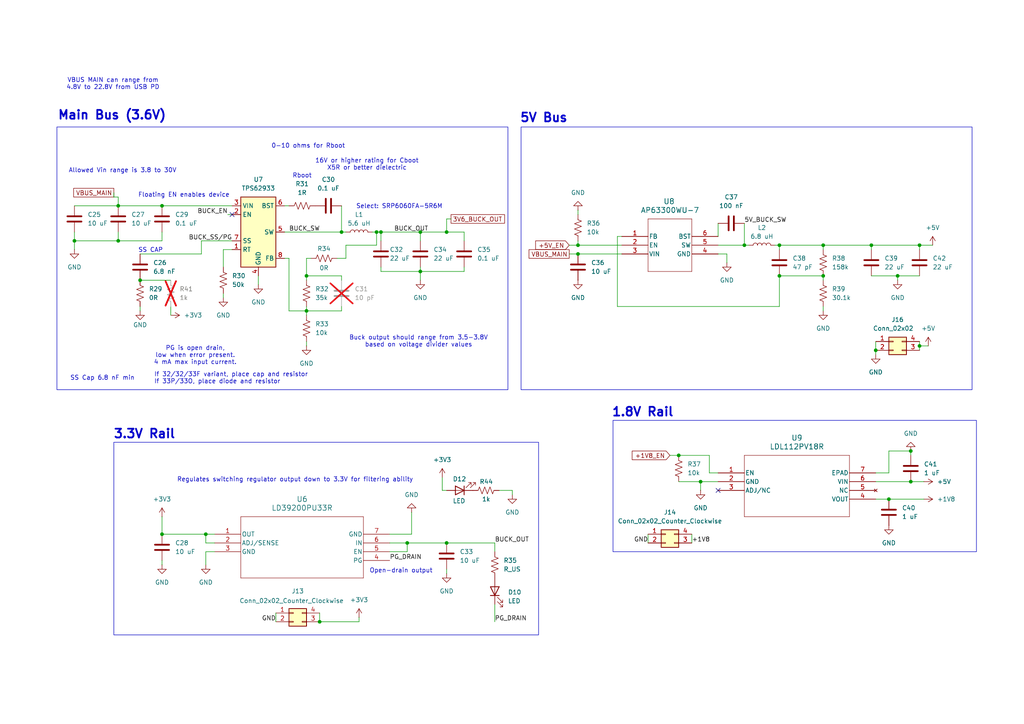
<source format=kicad_sch>
(kicad_sch (version 20231120) (generator "eeschema") (generator_version "8.0")
  (paper "A4")
  (title_block (title "Jakka1") (rev "1"))
  (lib_symbols
    (symbol "Connector_Generic:Conn_02x02_Counter_Clockwise" (pin_names (offset 1.016) hide)
      (property "Reference" "J" (at 1.27 2.54 0))
      (property "Value" "Conn_02x02_Counter_Clockwise" (at 1.27 -5.08 0))
      (symbol "Conn_02x02_Counter_Clockwise_1_1"
        (rectangle (start -1.27 -2.413) (end 0 -2.667) (stroke (width 0.1524)))
        (rectangle (start -1.27 0.127) (end 0 -0.127) (stroke (width 0.1524)))
        (rectangle (start -1.27 1.27) (end 3.81 -3.81) (stroke (width 0.254)) (fill (type background)))
        (rectangle (start 3.81 -2.413) (end 2.54 -2.667) (stroke (width 0.1524)))
        (rectangle (start 3.81 0.127) (end 2.54 -0.127) (stroke (width 0.1524)))
        (pin passive line (at -5.08 0 0) (length 3.81) (name "Pin_1") (number "1"))
        (pin passive line (at -5.08 -2.54 0) (length 3.81) (name "Pin_2") (number "2"))
        (pin passive line (at 7.62 -2.54 180) (length 3.81) (name "Pin_3") (number "3"))
        (pin passive line (at 7.62 0 180) (length 3.81) (name "Pin_4") (number "4"))
      )
    )
    (symbol "Device:C" (pin_numbers hide) (pin_names (offset 0.254))
      (property "Reference" "C" (at 0.635 2.54 0))
      (property "Value" "C" (at 0.635 -2.54 0))
      (symbol "C_0_1"
        (polyline (pts (xy -2.032 -0.762) (xy 2.032 -0.762)) (stroke (width 0.508)))
        (polyline (pts (xy -2.032 0.762) (xy 2.032 0.762)) (stroke (width 0.508)))
      )
      (symbol "C_1_1"
        (pin passive line (at 0 3.81 270) (length 2.794) (name "~") (number "1"))
        (pin passive line (at 0 -3.81 90) (length 2.794) (name "~") (number "2"))
      )
    )
    (symbol "Device:L" (pin_numbers hide) (pin_names (offset 1.016) hide)
      (property "Reference" "L" (at -1.27 0 90))
      (property "Value" "L" (at 1.905 0 90))
      (symbol "L_0_1"
        (arc (start 0 -2.54) (mid 0.6323 -1.905) (end 0 -1.27))
        (arc (start 0 -1.27) (mid 0.6323 -0.635) (end 0 0))
        (arc (start 0 0) (mid 0.6323 0.635) (end 0 1.27))
        (arc (start 0 1.27) (mid 0.6323 1.905) (end 0 2.54))
      )
      (symbol "L_1_1"
        (pin passive line (at 0 3.81 270) (length 1.27) (name "1") (number "1"))
        (pin passive line (at 0 -3.81 90) (length 1.27) (name "2") (number "2"))
      )
    )
    (symbol "Device:LED" (pin_numbers hide) (pin_names (offset 1.016) hide)
      (property "Reference" "D" (at 0 2.54 0))
      (property "Value" "LED" (at 0 -2.54 0))
      (symbol "LED_0_1"
        (polyline (pts (xy -1.27 -1.27) (xy -1.27 1.27)) (stroke (width 0.254)))
        (polyline (pts (xy -1.27 0) (xy 1.27 0)))
        (polyline (pts (xy 1.27 -1.27) (xy 1.27 1.27) (xy -1.27 0) (xy 1.27 -1.27)) (stroke (width 0.254)))
        (polyline (pts (xy -3.048 -0.762) (xy -4.572 -2.286) (xy -3.81 -2.286) (xy -4.572 -2.286) (xy -4.572 -1.524)))
        (polyline (pts (xy -1.778 -0.762) (xy -3.302 -2.286) (xy -2.54 -2.286) (xy -3.302 -2.286) (xy -3.302 -1.524)))
      )
      (symbol "LED_1_1"
        (pin passive line (at -3.81 0 0) (length 2.54) (name "K") (number "1"))
        (pin passive line (at 3.81 0 180) (length 2.54) (name "A") (number "2"))
      )
    )
    (symbol "Device:R_US" (pin_numbers hide) (pin_names (offset 0))
      (property "Reference" "R" (at 2.54 0 90))
      (property "Value" "R_US" (at -2.54 0 90))
      (symbol "R_US_0_1"
        (polyline (pts (xy 0 -2.286) (xy 0 -2.54)))
        (polyline (pts (xy 0 2.286) (xy 0 2.54)))
        (polyline (pts (xy 0 -0.762) (xy 1.016 -1.143) (xy 0 -1.524) (xy -1.016 -1.905) (xy 0 -2.286)))
        (polyline (pts (xy 0 0.762) (xy 1.016 0.381) (xy 0 0) (xy -1.016 -0.381) (xy 0 -0.762)))
        (polyline (pts (xy 0 2.286) (xy 1.016 1.905) (xy 0 1.524) (xy -1.016 1.143) (xy 0 0.762)))
      )
      (symbol "R_US_1_1"
        (pin passive line (at 0 3.81 270) (length 1.27) (name "~") (number "1"))
        (pin passive line (at 0 -3.81 90) (length 1.27) (name "~") (number "2"))
      )
    )
    (symbol "Regulator_Switching:TPS62933"
      (property "Reference" "U" (at 0 13.97 0))
      (property "Value" "TPS62933" (at 0 11.43 0))
      (symbol "TPS62933_0_1"
        (rectangle (start -5.08 10.16) (end 5.08 -10.16) (stroke (width 0.254)) (fill (type background)))
      )
      (symbol "TPS62933_1_1"
        (pin passive line (at -7.62 -5.08 0) (length 2.54) (name "RT") (number "1"))
        (pin input line (at -7.62 5.08 0) (length 2.54) (name "EN") (number "2"))
        (pin power_in line (at -7.62 7.62 0) (length 2.54) (name "VIN") (number "3"))
        (pin power_in line (at 0 -12.7 90) (length 2.54) (name "GND") (number "4"))
        (pin output line (at 7.62 0 180) (length 2.54) (name "SW") (number "5"))
        (pin passive line (at 7.62 7.62 180) (length 2.54) (name "BST") (number "6"))
        (pin passive line (at -7.62 -2.54 0) (length 2.54) (name "SS") (number "7"))
        (pin input line (at 7.62 -7.62 180) (length 2.54) (name "FB") (number "8"))
      )
    )
    (symbol "jka_library:AP63300WU-7" (pin_names (offset 0.254))
      (property "Reference" "U" (at 14.224 9.906 0))
      (property "Value" "AP63300WU-7" (at 14.478 6.858 0))
      (symbol "AP63300WU-7_0_1"
        (polyline (pts (xy 7.62 -10.16) (xy 20.32 -10.16)) (stroke (width 0.127)))
        (polyline (pts (xy 7.62 5.08) (xy 7.62 -10.16)) (stroke (width 0.127)))
        (polyline (pts (xy 20.32 -10.16) (xy 20.32 5.08)) (stroke (width 0.127)))
        (polyline (pts (xy 20.32 5.08) (xy 7.62 5.08)) (stroke (width 0.127)))
        (pin unspecified line (at 0 0 0) (length 7.62) (name "FB") (number "1"))
        (pin unspecified line (at 0 -2.54 0) (length 7.62) (name "EN") (number "2"))
        (pin unspecified line (at 0 -5.08 0) (length 7.62) (name "VIN") (number "3"))
        (pin power_out line (at 27.94 -5.08 180) (length 7.62) (name "GND") (number "4"))
        (pin unspecified line (at 27.94 -2.54 180) (length 7.62) (name "SW") (number "5"))
        (pin unspecified line (at 27.94 0 180) (length 7.62) (name "BST") (number "6"))
      )
    )
    (symbol "jka_library:LD39200PU33R" (pin_names (offset 0.254))
      (property "Reference" "U" (at 25.4 10.16 0))
      (property "Value" "LD39200PU33R" (at 25.4 7.62 0))
      (symbol "LD39200PU33R_0_1"
        (polyline (pts (xy 7.62 -12.7) (xy 43.18 -12.7)) (stroke (width 0.127)))
        (polyline (pts (xy 7.62 5.08) (xy 7.62 -12.7)) (stroke (width 0.127)))
        (polyline (pts (xy 43.18 -12.7) (xy 43.18 5.08)) (stroke (width 0.127)))
        (polyline (pts (xy 43.18 5.08) (xy 7.62 5.08)) (stroke (width 0.127)))
        (pin output line (at 0 0 0) (length 7.62) (name "OUT") (number "1"))
        (pin unspecified line (at 0 -2.54 0) (length 7.62) (name "ADJ/SENSE") (number "2"))
        (pin power_out line (at 0 -5.08 0) (length 7.62) (name "GND") (number "3"))
        (pin unspecified line (at 50.8 -7.62 180) (length 7.62) (name "PG") (number "4"))
        (pin unspecified line (at 50.8 -5.08 180) (length 7.62) (name "EN") (number "5"))
        (pin power_in line (at 50.8 -2.54 180) (length 7.62) (name "IN") (number "6"))
        (pin power_out line (at 50.8 0 180) (length 7.62) (name "GND") (number "7"))
      )
    )
    (symbol "jka_library:LDL112PV18R" (pin_names (offset 0.254))
      (property "Reference" "U" (at 22.86 10.16 0))
      (property "Value" "LDL112PV18R" (at 22.86 7.62 0))
      (symbol "LDL112PV18R_0_1"
        (polyline (pts (xy 7.62 -12.7) (xy 38.1 -12.7)) (stroke (width 0.127)))
        (polyline (pts (xy 7.62 5.08) (xy 7.62 -12.7)) (stroke (width 0.127)))
        (polyline (pts (xy 38.1 -12.7) (xy 38.1 5.08)) (stroke (width 0.127)))
        (polyline (pts (xy 38.1 5.08) (xy 7.62 5.08)) (stroke (width 0.127)))
        (pin input line (at 0 0 0) (length 7.62) (name "EN") (number "1"))
        (pin power_out line (at 0 -2.54 0) (length 7.62) (name "GND") (number "2"))
        (pin unspecified line (at 0 -5.08 0) (length 7.62) (name "ADJ/NC") (number "3"))
        (pin output line (at 45.72 -7.62 180) (length 7.62) (name "VOUT") (number "4"))
        (pin no_connect line (at 45.72 -5.08 180) (length 7.62) (name "NC") (number "5"))
        (pin input line (at 45.72 -2.54 180) (length 7.62) (name "VIN") (number "6"))
        (pin power_out line (at 45.72 0 180) (length 7.62) (name "EPAD") (number "7"))
      )
    )
    (symbol "power:+1V8" (power) (pin_numbers hide) (pin_names (offset 0) hide)
      (property "Value" "+1V8" (at 0 3.556 0))
      (symbol "+1V8_0_1"
        (polyline (pts (xy -0.762 1.27) (xy 0 2.54)))
        (polyline (pts (xy 0 0) (xy 0 2.54)))
        (polyline (pts (xy 0 2.54) (xy 0.762 1.27)))
      )
      (symbol "+1V8_1_1"
        (pin power_in line (at 0 0 90) (length 0) (name "~") (number "1"))
      )
    )
    (symbol "power:+3.3V" (power) (pin_numbers hide) (pin_names (offset 0) hide)
      (property "Value" "+3.3V" (at 0 3.556 0))
      (symbol "+3.3V_0_1"
        (polyline (pts (xy -0.762 1.27) (xy 0 2.54)))
        (polyline (pts (xy 0 0) (xy 0 2.54)))
        (polyline (pts (xy 0 2.54) (xy 0.762 1.27)))
      )
      (symbol "+3.3V_1_1"
        (pin power_in line (at 0 0 90) (length 0) (name "~") (number "1"))
      )
    )
    (symbol "power:+5V" (power) (pin_numbers hide) (pin_names (offset 0) hide)
      (property "Value" "+5V" (at 0 3.556 0))
      (symbol "+5V_0_1"
        (polyline (pts (xy -0.762 1.27) (xy 0 2.54)))
        (polyline (pts (xy 0 0) (xy 0 2.54)))
        (polyline (pts (xy 0 2.54) (xy 0.762 1.27)))
      )
      (symbol "+5V_1_1"
        (pin power_in line (at 0 0 90) (length 0) (name "~") (number "1"))
      )
    )
    (symbol "power:GND" (power) (pin_numbers hide) (pin_names (offset 0) hide)
      (property "Value" "GND" (at 0 -3.81 0))
      (symbol "GND_0_1"
        (polyline (pts (xy 0 0) (xy 0 -1.27) (xy 1.27 -1.27) (xy 0 -2.54) (xy -1.27 -1.27) (xy 0 -1.27)))
      )
      (symbol "GND_1_1"
        (pin power_in line (at 0 0 270) (length 0) (name "~") (number "1"))
      )
    )
  )
  (junction (at 215.9 71.12))
  (junction (at 21.59 69.85))
  (junction (at 88.9 90.17))
  (junction (at 254 101.6))
  (junction (at 129.54 157.48))
  (junction (at 167.64 71.12))
  (junction (at 257.81 144.78))
  (junction (at 264.16 130.81))
  (junction (at 196.85 132.08))
  (junction (at 118.11 157.48))
  (junction (at 34.29 69.85))
  (junction (at 121.92 67.31))
  (junction (at 110.49 67.31))
  (junction (at 109.22 67.31))
  (junction (at 266.7 100.33))
  (junction (at 121.92 78.74))
  (junction (at 266.7 71.12))
  (junction (at 46.99 59.69))
  (junction (at 238.76 71.12))
  (junction (at 88.9 80.01))
  (junction (at 260.35 80.01))
  (junction (at 40.64 81.28))
  (junction (at 99.06 67.31))
  (junction (at 46.99 154.94))
  (junction (at 252.73 71.12))
  (junction (at 264.16 139.7))
  (junction (at 238.76 80.01))
  (junction (at 34.29 59.69))
  (junction (at 226.06 80.01))
  (junction (at 59.69 154.94))
  (junction (at 203.2 139.7))
  (junction (at 92.71 180.34))
  (junction (at 167.64 73.66))
  (junction (at 226.06 71.12))
  (junction (at 129.54 67.31))
  (no_connect (at 208.28 142.24))
  (no_connect (at 67.31 62.23))
  (wire (pts (xy 46.99 59.69) (xy 67.31 59.69)))
  (wire (pts (xy 113.03 154.94) (xy 119.38 154.94)))
  (wire (pts (xy 88.9 80.01) (xy 99.06 80.01)))
  (wire (pts (xy 215.9 64.77) (xy 215.9 71.12)))
  (wire (pts (xy 88.9 100.33) (xy 88.9 99.06)))
  (wire (pts (xy 59.69 154.94) (xy 46.99 154.94)))
  (wire (pts (xy 100.33 74.93) (xy 97.79 74.93)))
  (wire (pts (xy 64.77 72.39) (xy 64.77 77.47)))
  (wire (pts (xy 252.73 72.39) (xy 252.73 71.12)))
  (wire (pts (xy 129.54 67.31) (xy 134.62 67.31)))
  (wire (pts (xy 99.06 90.17) (xy 88.9 90.17)))
  (wire (pts (xy 58.42 69.85) (xy 58.42 73.66)))
  (wire (pts (xy 264.16 130.81) (xy 264.16 132.08)))
  (wire (pts (xy 215.9 71.12) (xy 208.28 71.12)))
  (wire (pts (xy 121.92 67.31) (xy 110.49 67.31)))
  (wire (pts (xy 83.82 90.17) (xy 88.9 90.17)))
  (wire (pts (xy 148.59 142.24) (xy 148.59 143.51)))
  (wire (pts (xy 180.34 68.58) (xy 179.07 68.58)))
  (wire (pts (xy 252.73 80.01) (xy 260.35 80.01)))
  (wire (pts (xy 215.9 71.12) (xy 217.17 71.12)))
  (wire (pts (xy 257.81 137.16) (xy 257.81 130.81)))
  (wire (pts (xy 99.06 59.69) (xy 99.06 67.31)))
  (wire (pts (xy 109.22 67.31) (xy 110.49 67.31)))
  (wire (pts (xy 226.06 71.12) (xy 238.76 71.12)))
  (wire (pts (xy 226.06 88.9) (xy 226.06 80.01)))
  (wire (pts (xy 187.96 154.94) (xy 187.96 157.48)))
  (wire (pts (xy 88.9 74.93) (xy 88.9 80.01)))
  (wire (pts (xy 107.95 67.31) (xy 109.22 67.31)))
  (wire (pts (xy 88.9 80.01) (xy 88.9 81.28)))
  (wire (pts (xy 266.7 72.39) (xy 266.7 71.12)))
  (wire (pts (xy 40.64 88.9) (xy 40.64 90.17)))
  (wire (pts (xy 21.59 69.85) (xy 21.59 72.39)))
  (wire (pts (xy 21.59 59.69) (xy 34.29 59.69)))
  (wire (pts (xy 167.64 62.23) (xy 167.64 60.96)))
  (wire (pts (xy 252.73 71.12) (xy 266.7 71.12)))
  (wire (pts (xy 264.16 139.7) (xy 267.97 139.7)))
  (wire (pts (xy 59.69 154.94) (xy 59.69 157.48)))
  (wire (pts (xy 62.23 160.02) (xy 59.69 160.02)))
  (wire (pts (xy 110.49 77.47) (xy 110.49 78.74)))
  (wire (pts (xy 257.81 130.81) (xy 264.16 130.81)))
  (wire (pts (xy 58.42 69.85) (xy 67.31 69.85)))
  (wire (pts (xy 40.64 81.28) (xy 49.53 81.28)))
  (wire (pts (xy 194.31 132.08) (xy 196.85 132.08)))
  (wire (pts (xy 34.29 57.15) (xy 34.29 59.69)))
  (wire (pts (xy 90.17 74.93) (xy 88.9 74.93)))
  (wire (pts (xy 143.51 157.48) (xy 143.51 160.02)))
  (wire (pts (xy 121.92 69.85) (xy 121.92 67.31)))
  (wire (pts (xy 59.69 160.02) (xy 59.69 163.83)))
  (wire (pts (xy 113.03 160.02) (xy 118.11 160.02)))
  (wire (pts (xy 66.04 62.23) (xy 67.31 62.23)))
  (wire (pts (xy 129.54 63.5) (xy 130.81 63.5)))
  (wire (pts (xy 21.59 69.85) (xy 34.29 69.85)))
  (wire (pts (xy 266.7 99.06) (xy 266.7 100.33)))
  (wire (pts (xy 208.28 73.66) (xy 210.82 73.66)))
  (wire (pts (xy 82.55 74.93) (xy 83.82 74.93)))
  (wire (pts (xy 121.92 67.31) (xy 129.54 67.31)))
  (wire (pts (xy 179.07 68.58) (xy 179.07 88.9)))
  (wire (pts (xy 203.2 139.7) (xy 203.2 142.24)))
  (wire (pts (xy 99.06 67.31) (xy 100.33 67.31)))
  (wire (pts (xy 226.06 71.12) (xy 226.06 72.39)))
  (wire (pts (xy 254 99.06) (xy 254 101.6)))
  (wire (pts (xy 100.33 71.12) (xy 100.33 74.93)))
  (wire (pts (xy 88.9 88.9) (xy 88.9 90.17)))
  (wire (pts (xy 74.93 80.01) (xy 74.93 82.55)))
  (wire (pts (xy 165.1 73.66) (xy 167.64 73.66)))
  (wire (pts (xy 121.92 78.74) (xy 121.92 81.28)))
  (wire (pts (xy 205.74 137.16) (xy 208.28 137.16)))
  (wire (pts (xy 128.27 142.24) (xy 129.54 142.24)))
  (wire (pts (xy 99.06 88.9) (xy 99.06 90.17)))
  (wire (pts (xy 109.22 71.12) (xy 100.33 71.12)))
  (wire (pts (xy 33.02 55.88) (xy 33.02 57.15)))
  (wire (pts (xy 167.64 73.66) (xy 180.34 73.66)))
  (wire (pts (xy 129.54 165.1) (xy 129.54 166.37)))
  (wire (pts (xy 167.64 69.85) (xy 167.64 71.12)))
  (wire (pts (xy 196.85 132.08) (xy 205.74 132.08)))
  (wire (pts (xy 128.27 138.43) (xy 128.27 142.24)))
  (wire (pts (xy 260.35 80.01) (xy 266.7 80.01)))
  (wire (pts (xy 104.14 179.07) (xy 104.14 180.34)))
  (wire (pts (xy 21.59 67.31) (xy 21.59 69.85)))
  (wire (pts (xy 208.28 139.7) (xy 203.2 139.7)))
  (wire (pts (xy 82.55 59.69) (xy 83.82 59.69)))
  (wire (pts (xy 118.11 160.02) (xy 118.11 157.48)))
  (wire (pts (xy 92.71 177.8) (xy 92.71 180.34)))
  (wire (pts (xy 266.7 71.12) (xy 270.51 71.12)))
  (wire (pts (xy 46.99 162.56) (xy 46.99 163.83)))
  (wire (pts (xy 67.31 72.39) (xy 64.77 72.39)))
  (wire (pts (xy 269.24 100.33) (xy 266.7 100.33)))
  (wire (pts (xy 208.28 64.77) (xy 208.28 68.58)))
  (wire (pts (xy 46.99 69.85) (xy 46.99 67.31)))
  (wire (pts (xy 109.22 67.31) (xy 109.22 71.12)))
  (wire (pts (xy 134.62 69.85) (xy 134.62 67.31)))
  (wire (pts (xy 200.66 154.94) (xy 200.66 157.48)))
  (wire (pts (xy 46.99 149.86) (xy 46.99 154.94)))
  (wire (pts (xy 110.49 78.74) (xy 121.92 78.74)))
  (wire (pts (xy 88.9 90.17) (xy 88.9 91.44)))
  (wire (pts (xy 118.11 157.48) (xy 129.54 157.48)))
  (wire (pts (xy 238.76 72.39) (xy 238.76 71.12)))
  (wire (pts (xy 144.78 142.24) (xy 148.59 142.24)))
  (wire (pts (xy 34.29 69.85) (xy 46.99 69.85)))
  (wire (pts (xy 238.76 88.9) (xy 238.76 90.17)))
  (wire (pts (xy 238.76 71.12) (xy 252.73 71.12)))
  (wire (pts (xy 167.64 71.12) (xy 180.34 71.12)))
  (wire (pts (xy 80.01 177.8) (xy 80.01 180.34)))
  (wire (pts (xy 210.82 73.66) (xy 210.82 76.2)))
  (wire (pts (xy 46.99 59.69) (xy 34.29 59.69)))
  (wire (pts (xy 205.74 132.08) (xy 205.74 137.16)))
  (wire (pts (xy 113.03 157.48) (xy 118.11 157.48)))
  (wire (pts (xy 121.92 78.74) (xy 134.62 78.74)))
  (wire (pts (xy 121.92 78.74) (xy 121.92 77.47)))
  (wire (pts (xy 49.53 91.44) (xy 49.53 88.9)))
  (wire (pts (xy 33.02 57.15) (xy 34.29 57.15)))
  (wire (pts (xy 266.7 100.33) (xy 266.7 101.6)))
  (wire (pts (xy 104.14 180.34) (xy 92.71 180.34)))
  (wire (pts (xy 238.76 80.01) (xy 238.76 81.28)))
  (wire (pts (xy 254 137.16) (xy 257.81 137.16)))
  (wire (pts (xy 129.54 63.5) (xy 129.54 67.31)))
  (wire (pts (xy 64.77 85.09) (xy 64.77 86.36)))
  (wire (pts (xy 226.06 80.01) (xy 238.76 80.01)))
  (wire (pts (xy 165.1 71.12) (xy 167.64 71.12)))
  (wire (pts (xy 62.23 157.48) (xy 59.69 157.48)))
  (wire (pts (xy 179.07 88.9) (xy 226.06 88.9)))
  (wire (pts (xy 99.06 81.28) (xy 99.06 80.01)))
  (wire (pts (xy 254 139.7) (xy 264.16 139.7)))
  (wire (pts (xy 143.51 175.26) (xy 143.51 180.34)))
  (wire (pts (xy 257.81 144.78) (xy 267.97 144.78)))
  (wire (pts (xy 254 102.87) (xy 254 101.6)))
  (wire (pts (xy 143.51 157.48) (xy 129.54 157.48)))
  (wire (pts (xy 254 144.78) (xy 257.81 144.78)))
  (wire (pts (xy 59.69 154.94) (xy 62.23 154.94)))
  (wire (pts (xy 119.38 148.59) (xy 119.38 154.94)))
  (wire (pts (xy 196.85 139.7) (xy 203.2 139.7)))
  (wire (pts (xy 134.62 77.47) (xy 134.62 78.74)))
  (wire (pts (xy 260.35 81.28) (xy 260.35 80.01)))
  (wire (pts (xy 40.64 73.66) (xy 58.42 73.66)))
  (wire (pts (xy 110.49 67.31) (xy 110.49 69.85)))
  (wire (pts (xy 224.79 71.12) (xy 226.06 71.12)))
  (wire (pts (xy 82.55 67.31) (xy 99.06 67.31)))
  (wire (pts (xy 83.82 74.93) (xy 83.82 90.17)))
  (wire (pts (xy 34.29 67.31) (xy 34.29 69.85)))
  (rectangle (start 151.13 36.83) (end 281.94 113.03))
  (rectangle (start 177.8 121.92) (end 283.21 160.02))
  (rectangle (start 33.02 128.27) (end 156.21 184.15))
  (rectangle (start 16.51 36.83) (end 147.32 113.03))
  (text "Buck output should range from 3.5-3.8V\nbased on voltage divider values" (at 121.412 99.06 0) (effects (font (size 1.27 1.27))))
  (text "SS Cap 6.8 nF min" (at 29.718 109.728 0) (effects (font (size 1.27 1.27))))
  (text "Select: SRP6060FA-5R6M" (at 115.824 59.944 0) (effects (font (size 1.27 1.27))))
  (text "Allowed Vin range is 3.8 to 30V" (at 35.56 49.53 0) (effects (font (size 1.27 1.27))))
  (text "16V or higher rating for Cboot\nX5R or better dielectric" (at 106.426 47.752 0) (effects (font (size 1.27 1.27))))
  (text "If 32/32/33F variant, place cap and resistor\nIf 33P/33O, place diode and resistor" (at 44.704 109.728 0) (effects (font (size 1.27 1.27)) (justify left)))
  (text "0-10 ohms for Rboot" (at 89.408 42.418 0) (effects (font (size 1.27 1.27))))
  (text "5V Bus" (at 157.734 34.29 0) (effects (font (size 2.54 2.54) (thickness 0.508) (bold yes))))
  (text "PG is open drain,\nlow when error present.\n4 mA max input current." (at 56.642 103.124 0) (effects (font (size 1.27 1.27))))
  (text "Rboot" (at 87.63 51.054 0) (effects (font (size 1.27 1.27))))
  (text "Floating EN enables device" (at 53.34 56.642 0) (effects (font (size 1.27 1.27))))
  (text "Open-drain output" (at 116.332 165.608 0) (effects (font (size 1.27 1.27))))
  (text "Regulates switching regulator output down to 3.3V for filtering ability" (at 85.598 139.192 0) (effects (font (size 1.27 1.27))))
  (text "3.3V Rail" (at 41.91 125.984 0) (effects (font (size 2.54 2.54) (thickness 0.508) (bold yes))))
  (text "Main Bus (3.6V)" (at 32.512 33.528 0) (effects (font (size 2.54 2.54) (thickness 0.508) (bold yes))))
  (text "SS CAP" (at 43.688 72.644 0) (effects (font (size 1.27 1.27))))
  (text "1.8V Rail" (at 186.436 119.634 0) (effects (font (size 2.54 2.54) (thickness 0.508) (bold yes))))
  (text "VBUS MAIN can range from\n4.8V to 22.8V from USB PD" (at 32.766 24.384 0) (effects (font (size 1.27 1.27))))
  (label "BUCK_OUT" (at 143.51 157.48 0))
  (label "PG_DRAIN" (at 143.51 180.34 0))
  (label "BUCK_EN" (at 66.04 62.23 180))
  (label "BUCK_OUT" (at 114.3 67.31 0))
  (label "GND" (at 80.01 180.34 180))
  (label "+1V8" (at 200.66 157.48 0))
  (label "BUCK_SW" (at 83.82 67.31 0))
  (label "5V_BUCK_SW" (at 215.9 64.77 0))
  (label "GND" (at 187.96 157.48 180))
  (label "BUCK_SS{slash}PG" (at 67.31 69.85 180))
  (label "PG_DRAIN" (at 113.03 162.56 0))
  (global_label "VBUS_MAIN" (shape passive) (at 33.02 55.88 180) (property "Intersheetrefs" "${INTERSHEET_REFS}" (effects (hide yes))))
  (global_label "+5V_EN" (shape input) (at 165.1 71.12 180) (property "Intersheetrefs" "${INTERSHEET_REFS}" (effects (hide yes))))
  (global_label "3V6_BUCK_OUT" (shape passive) (at 130.81 63.5 0) (property "Intersheetrefs" "${INTERSHEET_REFS}" (effects (hide yes))))
  (global_label "VBUS_MAIN" (shape passive) (at 165.1 73.66 180) (property "Intersheetrefs" "${INTERSHEET_REFS}" (effects (hide yes))))
  (global_label "+1V8_EN" (shape input) (at 194.31 132.08 180) (property "Intersheetrefs" "${INTERSHEET_REFS}" (effects (hide yes))))
  (symbol (lib_id "Device:C") (at 121.92 73.66 0) (unit 1)
    (property "Reference" "C34" (at 125.73 72.3899 0) (effects (justify left)))
    (property "Value" "22 uF" (at 125.73 74.9299 0) (effects (justify left)))
    (property "Footprint" "Capacitor_SMD:C_1210_3225Metric" (effects (hide yes)))
    (property "Description" "Unpolarized capacitor" (effects (hide yes)))
  )
  (symbol (lib_id "Device:C") (at 167.64 77.47 0) (unit 1)
    (property "Reference" "C36" (at 171.45 76.1999 0) (effects (justify left)))
    (property "Value" "10 uF" (at 171.45 78.7399 0) (effects (justify left)))
    (property "Footprint" "Capacitor_SMD:C_1210_3225Metric" (effects (hide yes)))
    (property "Description" "Unpolarized capacitor" (effects (hide yes)))
  )
  (symbol (lib_id "Device:C") (at 134.62 73.66 0) (unit 1)
    (property "Reference" "C35" (at 138.43 72.3899 0) (effects (justify left)))
    (property "Value" "0.1 uF" (at 138.43 74.9299 0) (effects (justify left)))
    (property "Footprint" "Capacitor_SMD:C_0603_1608Metric" (effects (hide yes)))
    (property "Description" "Unpolarized capacitor" (effects (hide yes)))
  )
  (symbol (lib_id "power:GND") (at 254 102.87 0) (unit 1)
    (property "Reference" "#PWR0122" (effects (hide yes)))
    (property "Value" "GND" (at 254 107.95 0))
    (property "Description" "Power symbol creates a global label with name \"GND\" , ground" (effects (hide yes)))
  )
  (symbol (lib_id "power:GND") (at 260.35 81.28 0) (unit 1)
    (property "Reference" "#PWR072" (effects (hide yes)))
    (property "Value" "GND" (at 260.35 86.36 0))
    (property "Description" "Power symbol creates a global label with name \"GND\" , ground" (effects (hide yes)))
  )
  (symbol (lib_id "power:GND") (at 119.38 148.59 180) (unit 1)
    (property "Reference" "#PWR063" (effects (hide yes)))
    (property "Value" "GND" (at 119.38 143.51 0))
    (property "Description" "Power symbol creates a global label with name \"GND\" , ground" (effects (hide yes)))
  )
  (symbol (lib_id "Device:R_US") (at 196.85 135.89 180) (unit 1)
    (property "Reference" "R37" (at 199.39 134.6199 0) (effects (justify right)))
    (property "Value" "10k" (at 199.39 137.1599 0) (effects (justify right)))
    (property "Footprint" "Resistor_SMD:R_0603_1608Metric" (effects (hide yes)))
    (property "Description" "Resistor, US symbol" (effects (hide yes)))
  )
  (symbol (lib_id "power:GND") (at 167.64 60.96 180) (unit 1)
    (property "Reference" "#PWR067" (effects (hide yes)))
    (property "Value" "GND" (at 167.64 55.88 0))
    (property "Description" "Power symbol creates a global label with name \"GND\" , ground" (effects (hide yes)))
  )
  (symbol (lib_id "power:+5V") (at 270.51 71.12 0) (unit 1)
    (property "Reference" "#PWR0134" (effects (hide yes)))
    (property "Value" "+5V" (at 270.51 66.04 0))
    (property "Description" "Power symbol creates a global label with name \"+5V\"" (effects (hide yes)))
  )
  (symbol (lib_id "Device:L") (at 104.14 67.31 90) (unit 1)
    (property "Reference" "L1" (at 104.14 62.23 90))
    (property "Value" "5.6 uH" (at 104.14 64.77 90))
    (property "Footprint" "jka_library:SRP6060FA5R6M" (effects (hide yes)))
    (property "Description" "Inductor" (effects (hide yes)))
  )
  (symbol (lib_id "Connector_Generic:Conn_02x02_Counter_Clockwise") (at 259.08 99.06 0) (unit 1)
    (property "Reference" "J16" (at 260.35 92.71 0))
    (property "Value" "Conn_02x02" (at 259.08 95.25 0))
    (property "Footprint" "Connector_PinHeader_2.54mm:PinHeader_2x02_P2.54mm_Vertical" (effects (hide yes)))
    (property "Description" "Generic connector, double row, 02x02, counter clockwise pin numbering scheme (similar to DIP package numbering), script generated (kicad-library-utils/schlib/autogen/connector/)" (effects (hide yes)))
  )
  (symbol (lib_id "Device:C") (at 34.29 63.5 0) (unit 1)
    (property "Reference" "C27" (at 38.1 62.2299 0) (effects (justify left)))
    (property "Value" "10 uF" (at 38.1 64.7699 0) (effects (justify left)))
    (property "Footprint" "Capacitor_SMD:C_1210_3225Metric" (effects (hide yes)))
    (property "Description" "Unpolarized capacitor" (effects (hide yes)))
  )
  (symbol (lib_id "Regulator_Switching:TPS62933") (at 74.93 67.31 0) (unit 1)
    (property "Reference" "U7" (at 74.93 52.07 0))
    (property "Value" "TPS62933" (at 74.93 54.61 0))
    (property "Footprint" "Package_TO_SOT_SMD:SOT-583-8" (effects (hide yes)))
    (property "Datasheet" "https://www.ti.com/lit/ds/symlink/tps62933.pdf" (effects (hide yes)))
    (property "Description" "3.8-30V, 3A Synchronous Buck Converters with pulse frequency modulation (PFM), SOT583-8" (effects (hide yes)))
  )
  (symbol (lib_id "Connector_Generic:Conn_02x02_Counter_Clockwise") (at 85.09 177.8 0) (unit 1)
    (property "Reference" "J13" (at 86.36 171.45 0))
    (property "Value" "Conn_02x02_Counter_Clockwise" (at 84.582 174.244 0))
    (property "Footprint" "Connector_PinHeader_2.54mm:PinHeader_2x02_P2.54mm_Vertical" (effects (hide yes)))
    (property "Description" "Generic connector, double row, 02x02, counter clockwise pin numbering scheme (similar to DIP package numbering), script generated (kicad-library-utils/schlib/autogen/connector/)" (effects (hide yes)))
  )
  (symbol (lib_id "power:+3.3V") (at 46.99 149.86 0) (unit 1)
    (property "Reference" "#PWR056" (effects (hide yes)))
    (property "Value" "+3V3" (at 46.99 144.78 0))
    (property "Description" "Power symbol creates a global label with name \"+3.3V\"" (effects (hide yes)))
  )
  (symbol (lib_id "jka_library:AP63300WU-7") (at 180.34 68.58 0) (unit 1)
    (property "Reference" "U8" (at 194.056 58.42 0) (effects (font (size 1.524 1.524))))
    (property "Value" "AP63300WU-7" (at 194.31 60.96 0) (effects (font (size 1.524 1.524))))
    (property "Footprint" "jka_library:TSOT6_AP63300WU-7_DIO" (effects (hide yes)))
    (property "Datasheet" "https://www.mouser.com/datasheet/2/115/DIOD_S_A0009645406_1-2543199.pdf" (effects (hide yes)))
    (property "Description" "A buck converter from Diodes Incorporated with Vin range of 3.8V to 32V and 3A with LDO mode" (effects (hide yes)))
  )
  (symbol (lib_id "Device:R_US") (at 88.9 95.25 180) (unit 1)
    (property "Reference" "R33" (at 91.44 93.9799 0) (effects (justify right)))
    (property "Value" "10k" (at 91.44 96.5199 0) (effects (justify right)))
    (property "Footprint" "Resistor_SMD:R_0603_1608Metric" (effects (hide yes)))
    (property "Description" "Resistor, US symbol" (effects (hide yes)))
  )
  (symbol (lib_id "power:GND") (at 167.64 81.28 0) (unit 1)
    (property "Reference" "#PWR066" (effects (hide yes)))
    (property "Value" "GND" (at 167.64 86.36 0))
    (property "Description" "Power symbol creates a global label with name \"GND\" , ground" (effects (hide yes)))
  )
  (symbol (lib_id "power:+5V") (at 267.97 139.7 270) (unit 1)
    (property "Reference" "#PWR074" (effects (hide yes)))
    (property "Value" "+5V" (at 271.78 139.6999 90) (effects (justify left)))
    (property "Description" "Power symbol creates a global label with name \"+5V\"" (effects (hide yes)))
  )
  (symbol (lib_id "power:+1V8") (at 267.97 144.78 270) (unit 1)
    (property "Reference" "#PWR075" (effects (hide yes)))
    (property "Value" "+1V8" (at 271.78 144.7799 90) (effects (justify left)))
    (property "Description" "Power symbol creates a global label with name \"+1V8\"" (effects (hide yes)))
  )
  (symbol (lib_id "power:+3.3V") (at 104.14 179.07 0) (unit 1)
    (property "Reference" "#PWR085" (effects (hide yes)))
    (property "Value" "+3V3" (at 104.14 173.99 0))
    (property "Description" "Power symbol creates a global label with name \"+3.3V\"" (effects (hide yes)))
  )
  (symbol (lib_id "power:GND") (at 121.92 81.28 0) (unit 1)
    (property "Reference" "#PWR065" (effects (hide yes)))
    (property "Value" "GND" (at 121.92 86.36 0))
    (property "Description" "Power symbol creates a global label with name \"GND\" , ground" (effects (hide yes)))
  )
  (symbol (lib_id "power:GND") (at 210.82 76.2 0) (unit 1)
    (property "Reference" "#PWR069" (effects (hide yes)))
    (property "Value" "GND" (at 210.82 81.28 0))
    (property "Description" "Power symbol creates a global label with name \"GND\" , ground" (effects (hide yes)))
  )
  (symbol (lib_id "Device:R_US") (at 238.76 85.09 180) (unit 1)
    (property "Reference" "R39" (at 241.3 83.8199 0) (effects (justify right)))
    (property "Value" "30.1k" (at 241.3 86.3599 0) (effects (justify right)))
    (property "Footprint" "Resistor_SMD:R_0603_1608Metric" (effects (hide yes)))
    (property "Description" "Resistor, US symbol" (effects (hide yes)))
  )
  (symbol (lib_id "power:GND") (at 238.76 90.17 0) (unit 1)
    (property "Reference" "#PWR070" (effects (hide yes)))
    (property "Value" "GND" (at 238.76 95.25 0))
    (property "Description" "Power symbol creates a global label with name \"GND\" , ground" (effects (hide yes)))
  )
  (symbol (lib_id "Device:C") (at 226.06 76.2 0) (unit 1)
    (property "Reference" "C38" (at 229.87 74.9299 0) (effects (justify left)))
    (property "Value" "47 pF" (at 229.87 77.4699 0) (effects (justify left)))
    (property "Footprint" "Capacitor_SMD:C_0603_1608Metric" (effects (hide yes)))
    (property "Description" "Unpolarized capacitor" (effects (hide yes)))
  )
  (symbol (lib_id "power:+3.3V") (at 49.53 91.44 270) (unit 1)
    (property "Reference" "#PWR0130" (effects (hide yes)))
    (property "Value" "+3V3" (at 53.34 91.4399 90) (effects (justify left)))
    (property "Description" "Power symbol creates a global label with name \"+3.3V\"" (effects (hide yes)))
  )
  (symbol (lib_id "Device:R_US") (at 167.64 66.04 0) (unit 1)
    (property "Reference" "R36" (at 170.18 64.7699 0) (effects (justify left)))
    (property "Value" "10k" (at 170.18 67.3099 0) (effects (justify left)))
    (property "Footprint" "Resistor_SMD:R_0603_1608Metric" (effects (hide yes)))
    (property "Description" "Resistor, US symbol" (effects (hide yes)))
  )
  (symbol (lib_id "Device:R_US") (at 64.77 81.28 180) (unit 1)
    (property "Reference" "R30" (at 67.31 80.0099 0) (effects (justify right)))
    (property "Value" "50k" (at 67.31 82.5499 0) (effects (justify right)))
    (property "Footprint" "Resistor_SMD:R_0603_1608Metric" (effects (hide yes)))
    (property "Description" "Resistor, US symbol" (effects (hide yes)))
  )
  (symbol (lib_id "Device:R_US") (at 140.97 142.24 90) (unit 1)
    (property "Reference" "R44" (at 143.002 139.7 90) (effects (justify left)))
    (property "Value" "1k" (at 142.24 144.78 90) (effects (justify left)))
    (property "Footprint" "Resistor_SMD:R_0603_1608Metric" (effects (hide yes)))
    (property "Description" "Resistor, US symbol" (effects (hide yes)))
  )
  (symbol (lib_id "Device:C") (at 264.16 135.89 0) (unit 1)
    (property "Reference" "C41" (at 267.97 134.6199 0) (effects (justify left)))
    (property "Value" "1 uF" (at 267.97 137.1599 0) (effects (justify left)))
    (property "Footprint" "Capacitor_SMD:C_0603_1608Metric" (effects (hide yes)))
    (property "Description" "Unpolarized capacitor" (effects (hide yes)))
  )
  (symbol (lib_id "Device:C") (at 110.49 73.66 0) (unit 1)
    (property "Reference" "C32" (at 113.03 72.3899 0) (effects (justify left)))
    (property "Value" "22 uF" (at 113.03 74.9299 0) (effects (justify left)))
    (property "Footprint" "Capacitor_SMD:C_1210_3225Metric" (effects (hide yes)))
    (property "Description" "Unpolarized capacitor" (effects (hide yes)))
  )
  (symbol (lib_id "Device:L") (at 220.98 71.12 90) (unit 1)
    (property "Reference" "L2" (at 220.98 66.04 90))
    (property "Value" "6.8 uH" (at 220.98 68.58 90))
    (property "Footprint" "jka_library:SRP6060FA5R6M" (effects (hide yes)))
    (property "Description" "Inductor" (effects (hide yes)))
  )
  (symbol (lib_id "power:GND") (at 46.99 163.83 0) (unit 1)
    (property "Reference" "#PWR057" (effects (hide yes)))
    (property "Value" "GND" (at 46.99 168.91 0))
    (property "Description" "Power symbol creates a global label with name \"GND\" , ground" (effects (hide yes)))
  )
  (symbol (lib_id "Device:C") (at 266.7 76.2 0) (unit 1)
    (property "Reference" "C42" (at 270.51 74.9299 0) (effects (justify left)))
    (property "Value" "22 uF" (at 270.51 77.4699 0) (effects (justify left)))
    (property "Footprint" "Capacitor_SMD:C_1206_3216Metric" (effects (hide yes)))
    (property "Description" "Unpolarized capacitor" (effects (hide yes)))
  )
  (symbol (lib_id "power:GND") (at 264.16 130.81 180) (unit 1)
    (property "Reference" "#PWR073" (effects (hide yes)))
    (property "Value" "GND" (at 264.16 125.73 0))
    (property "Description" "Power symbol creates a global label with name \"GND\" , ground" (effects (hide yes)))
  )
  (symbol (lib_id "Device:R_US") (at 49.53 85.09 180) (unit 1) (dnp yes)
    (property "Reference" "R41" (at 52.07 83.8199 0) (effects (justify right)))
    (property "Value" "1k" (at 52.07 86.3599 0) (effects (justify right)))
    (property "Footprint" "Resistor_SMD:R_0603_1608Metric" (effects (hide yes)))
    (property "Description" "Resistor, US symbol" (effects (hide yes)))
  )
  (symbol (lib_id "power:GND") (at 203.2 142.24 0) (unit 1)
    (property "Reference" "#PWR068" (effects (hide yes)))
    (property "Value" "GND" (at 203.2 147.32 0))
    (property "Description" "Power symbol creates a global label with name \"GND\" , ground" (effects (hide yes)))
  )
  (symbol (lib_id "power:GND") (at 148.59 143.51 0) (unit 1)
    (property "Reference" "#PWR0121" (effects (hide yes)))
    (property "Value" "GND" (at 148.59 148.59 0))
    (property "Description" "Power symbol creates a global label with name \"GND\" , ground" (effects (hide yes)))
  )
  (symbol (lib_id "power:GND") (at 40.64 90.17 0) (unit 1)
    (property "Reference" "#PWR055" (effects (hide yes)))
    (property "Value" "GND" (at 40.64 94.234 0))
    (property "Description" "Power symbol creates a global label with name \"GND\" , ground" (effects (hide yes)))
  )
  (symbol (lib_id "Device:C") (at 99.06 85.09 0) (unit 1) (dnp yes)
    (property "Reference" "C31" (at 102.87 83.8199 0) (effects (justify left)))
    (property "Value" "10 pF" (at 102.87 86.3599 0) (effects (justify left)))
    (property "Footprint" "Capacitor_SMD:C_0603_1608Metric" (effects (hide yes)))
    (property "Description" "Unpolarized capacitor" (effects (hide yes)))
  )
  (symbol (lib_id "Device:R_US") (at 40.64 85.09 180) (unit 1)
    (property "Reference" "R29" (at 43.18 83.8199 0) (effects (justify right)))
    (property "Value" "0R" (at 43.18 86.3599 0) (effects (justify right)))
    (property "Footprint" "Resistor_SMD:R_0603_1608Metric" (effects (hide yes)))
    (property "Description" "Resistor, US symbol" (effects (hide yes)))
  )
  (symbol (lib_id "power:+3.3V") (at 128.27 138.43 0) (unit 1)
    (property "Reference" "#PWR0120" (effects (hide yes)))
    (property "Value" "+3V3" (at 128.27 133.35 0))
    (property "Description" "Power symbol creates a global label with name \"+3.3V\"" (effects (hide yes)))
  )
  (symbol (lib_id "power:GND") (at 64.77 86.36 0) (unit 1)
    (property "Reference" "#PWR060" (effects (hide yes)))
    (property "Value" "GND" (at 64.77 91.44 0))
    (property "Description" "Power symbol creates a global label with name \"GND\" , ground" (effects (hide yes)))
  )
  (symbol (lib_id "Device:R_US") (at 88.9 85.09 180) (unit 1)
    (property "Reference" "R32" (at 91.44 83.8199 0) (effects (justify right)))
    (property "Value" "35k" (at 91.44 86.3599 0) (effects (justify right)))
    (property "Footprint" "Resistor_SMD:R_0603_1608Metric" (effects (hide yes)))
    (property "Description" "Resistor, US symbol" (effects (hide yes)))
  )
  (symbol (lib_id "Device:C") (at 252.73 76.2 0) (unit 1)
    (property "Reference" "C39" (at 256.54 74.9299 0) (effects (justify left)))
    (property "Value" "22 uF" (at 256.54 77.4699 0) (effects (justify left)))
    (property "Footprint" "Capacitor_SMD:C_1206_3216Metric" (effects (hide yes)))
    (property "Description" "Unpolarized capacitor" (effects (hide yes)))
  )
  (symbol (lib_id "power:GND") (at 21.59 72.39 0) (unit 1)
    (property "Reference" "#PWR054" (effects (hide yes)))
    (property "Value" "GND" (at 21.59 77.47 0))
    (property "Description" "Power symbol creates a global label with name \"GND\" , ground" (effects (hide yes)))
  )
  (symbol (lib_id "jka_library:LD39200PU33R") (at 62.23 154.94 0) (unit 1)
    (property "Reference" "U6" (at 87.63 144.78 0) (effects (font (size 1.524 1.524))))
    (property "Value" "LD39200PU33R" (at 87.63 147.32 0) (effects (font (size 1.524 1.524))))
    (property "Footprint" "jka_library:SON_DFN6_3X3_STM-L" (effects (hide yes)))
    (property "Datasheet" "https://www.st.com/content/ccc/resource/technical/document/datasheet/4b/e6/2e/a4/16/04/46/9d/DM00102135.pdf/files/DM00102135.pdf/jcr:content/translations/en.DM00102135.pdf" (effects (hide yes)))
    (property "Description" "A 3.3V LDO with very low dropout voltage in a 6-DFN package, 2A output capable" (effects (hide yes)))
  )
  (symbol (lib_id "Device:LED") (at 143.51 171.45 90) (unit 1)
    (property "Reference" "D10" (at 147.32 171.7674 90) (effects (justify right)))
    (property "Value" "LED" (at 147.32 174.3074 90) (effects (justify right)))
    (property "Footprint" "Diode_SMD:D_0603_1608Metric" (effects (hide yes)))
    (property "Description" "Light emitting diode" (effects (hide yes)))
  )
  (symbol (lib_id "Device:C") (at 95.25 59.69 90) (unit 1)
    (property "Reference" "C30" (at 95.25 52.07 90))
    (property "Value" "0.1 uF" (at 95.25 54.61 90))
    (property "Footprint" "Capacitor_SMD:C_0603_1608Metric" (effects (hide yes)))
    (property "Description" "Unpolarized capacitor" (effects (hide yes)))
  )
  (symbol (lib_id "power:GND") (at 129.54 166.37 0) (unit 1)
    (property "Reference" "#PWR064" (effects (hide yes)))
    (property "Value" "GND" (at 129.54 171.45 0))
    (property "Description" "Power symbol creates a global label with name \"GND\" , ground" (effects (hide yes)))
  )
  (symbol (lib_id "Device:R_US") (at 238.76 76.2 180) (unit 1)
    (property "Reference" "R38" (at 241.3 74.9299 0) (effects (justify right)))
    (property "Value" "158k" (at 241.3 77.4699 0) (effects (justify right)))
    (property "Footprint" "Resistor_SMD:R_0603_1608Metric" (effects (hide yes)))
    (property "Description" "Resistor, US symbol" (effects (hide yes)))
  )
  (symbol (lib_id "Device:C") (at 46.99 158.75 0) (unit 1)
    (property "Reference" "C28" (at 50.8 157.4799 0) (effects (justify left)))
    (property "Value" "10 uF" (at 50.8 160.0199 0) (effects (justify left)))
    (property "Footprint" "Capacitor_SMD:C_0805_2012Metric" (effects (hide yes)))
    (property "Description" "Unpolarized capacitor" (effects (hide yes)))
  )
  (symbol (lib_id "Device:C") (at 212.09 64.77 90) (unit 1)
    (property "Reference" "C37" (at 212.09 57.15 90))
    (property "Value" "100 nF" (at 212.09 59.69 90))
    (property "Footprint" "Capacitor_SMD:C_0603_1608Metric" (effects (hide yes)))
    (property "Description" "Unpolarized capacitor" (effects (hide yes)))
  )
  (symbol (lib_id "power:GND") (at 74.93 82.55 0) (unit 1)
    (property "Reference" "#PWR061" (effects (hide yes)))
    (property "Value" "GND" (at 74.93 87.63 0))
    (property "Description" "Power symbol creates a global label with name \"GND\" , ground" (effects (hide yes)))
  )
  (symbol (lib_id "Device:C") (at 21.59 63.5 0) (unit 1)
    (property "Reference" "C25" (at 25.4 62.2299 0) (effects (justify left)))
    (property "Value" "10 uF" (at 25.4 64.7699 0) (effects (justify left)))
    (property "Footprint" "Capacitor_SMD:C_1210_3225Metric" (effects (hide yes)))
    (property "Description" "Unpolarized capacitor" (effects (hide yes)))
  )
  (symbol (lib_id "Connector_Generic:Conn_02x02_Counter_Clockwise") (at 193.04 154.94 0) (unit 1)
    (property "Reference" "J14" (at 194.31 148.59 0))
    (property "Value" "Conn_02x02_Counter_Clockwise" (at 194.31 151.13 0))
    (property "Footprint" "Connector_PinHeader_2.54mm:PinHeader_2x02_P2.54mm_Vertical" (effects (hide yes)))
    (property "Description" "Generic connector, double row, 02x02, counter clockwise pin numbering scheme (similar to DIP package numbering), script generated (kicad-library-utils/schlib/autogen/connector/)" (effects (hide yes)))
  )
  (symbol (lib_id "power:+5V") (at 269.24 100.33 0) (unit 1)
    (property "Reference" "#PWR0133" (effects (hide yes)))
    (property "Value" "+5V" (at 269.24 95.25 0))
    (property "Description" "Power symbol creates a global label with name \"+5V\"" (effects (hide yes)))
  )
  (symbol (lib_id "Device:R_US") (at 93.98 74.93 90) (unit 1)
    (property "Reference" "R34" (at 93.98 72.136 90))
    (property "Value" "0R" (at 93.98 77.724 90))
    (property "Footprint" "Resistor_SMD:R_0603_1608Metric" (effects (hide yes)))
    (property "Description" "Resistor, US symbol" (effects (hide yes)))
  )
  (symbol (lib_id "Device:R_US") (at 87.63 59.69 90) (unit 1)
    (property "Reference" "R31" (at 87.63 53.34 90))
    (property "Value" "1R" (at 87.63 55.88 90))
    (property "Footprint" "Resistor_SMD:R_0603_1608Metric" (effects (hide yes)))
    (property "Description" "Resistor, US symbol" (effects (hide yes)))
  )
  (symbol (lib_id "jka_library:LDL112PV18R") (at 208.28 137.16 0) (unit 1)
    (property "Reference" "U9" (at 231.14 127 0) (effects (font (size 1.524 1.524))))
    (property "Value" "LDL112PV18R" (at 231.14 129.54 0) (effects (font (size 1.524 1.524))))
    (property "Footprint" "jka_library:DFN6_3P1X3P1X0P95_STM" (effects (hide yes)))
    (property "Datasheet" "https://www.st.com/resource/en/datasheet/ldl112.pdf" (effects (hide yes)))
    (property "Description" "A 1.8V LDO from STM with low 300 mV dropout and 1.2A current capability" (effects (hide yes)))
  )
  (symbol (lib_id "Device:C") (at 40.64 77.47 0) (unit 1)
    (property "Reference" "C26" (at 44.45 76.1999 0) (effects (justify left)))
    (property "Value" "6.8 nF" (at 44.45 78.7399 0) (effects (justify left)))
    (property "Footprint" "Capacitor_SMD:C_0603_1608Metric" (effects (hide yes)))
    (property "Description" "Unpolarized capacitor" (effects (hide yes)))
  )
  (symbol (lib_id "power:GND") (at 88.9 100.33 0) (unit 1)
    (property "Reference" "#PWR062" (effects (hide yes)))
    (property "Value" "GND" (at 88.9 105.41 0))
    (property "Description" "Power symbol creates a global label with name \"GND\" , ground" (effects (hide yes)))
  )
  (symbol (lib_id "Device:C") (at 257.81 148.59 0) (unit 1)
    (property "Reference" "C40" (at 261.62 147.3199 0) (effects (justify left)))
    (property "Value" "1 uF" (at 261.62 149.8599 0) (effects (justify left)))
    (property "Footprint" "Capacitor_SMD:C_0603_1608Metric" (effects (hide yes)))
    (property "Description" "Unpolarized capacitor" (effects (hide yes)))
  )
  (symbol (lib_id "Device:R_US") (at 143.51 163.83 0) (unit 1)
    (property "Reference" "R35" (at 146.05 162.5599 0) (effects (justify left)))
    (property "Value" "R_US" (at 146.05 165.0999 0) (effects (justify left)))
    (property "Footprint" "Resistor_SMD:R_0603_1608Metric" (effects (hide yes)))
    (property "Description" "Resistor, US symbol" (effects (hide yes)))
  )
  (symbol (lib_id "power:GND") (at 59.69 163.83 0) (unit 1)
    (property "Reference" "#PWR058" (effects (hide yes)))
    (property "Value" "GND" (at 59.69 168.91 0))
    (property "Description" "Power symbol creates a global label with name \"GND\" , ground" (effects (hide yes)))
  )
  (symbol (lib_id "Device:C") (at 46.99 63.5 0) (unit 1)
    (property "Reference" "C29" (at 50.8 62.2299 0) (effects (justify left)))
    (property "Value" "0.1 uF" (at 50.8 64.7699 0) (effects (justify left)))
    (property "Footprint" "Capacitor_SMD:C_0603_1608Metric" (effects (hide yes)))
    (property "Description" "Unpolarized capacitor" (effects (hide yes)))
  )
  (symbol (lib_id "Device:C") (at 129.54 161.29 0) (unit 1)
    (property "Reference" "C33" (at 133.35 160.0199 0) (effects (justify left)))
    (property "Value" "10 uF" (at 133.35 162.5599 0) (effects (justify left)))
    (property "Footprint" "Capacitor_SMD:C_0805_2012Metric" (effects (hide yes)))
    (property "Description" "Unpolarized capacitor" (effects (hide yes)))
  )
  (symbol (lib_id "power:GND") (at 257.81 152.4 0) (unit 1)
    (property "Reference" "#PWR071" (effects (hide yes)))
    (property "Value" "GND" (at 257.81 157.48 0))
    (property "Description" "Power symbol creates a global label with name \"GND\" , ground" (effects (hide yes)))
  )
  (symbol (lib_id "Device:LED") (at 133.35 142.24 180) (unit 1)
    (property "Reference" "D12" (at 131.318 138.938 0) (effects (justify right)))
    (property "Value" "LED" (at 131.318 145.288 0) (effects (justify right)))
    (property "Footprint" "Diode_SMD:D_0603_1608Metric" (effects (hide yes)))
    (property "Description" "Light emitting diode" (effects (hide yes)))
  )
)
</source>
